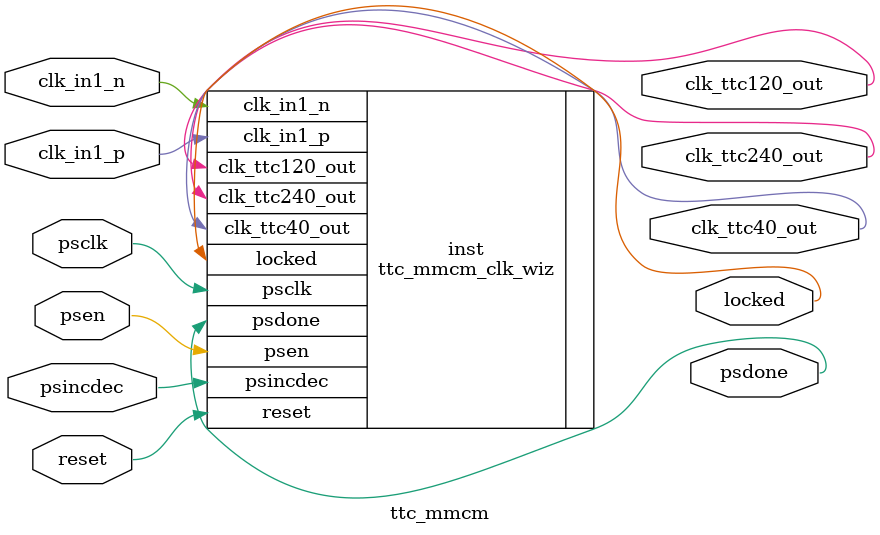
<source format=v>


`timescale 1ps/1ps

(* CORE_GENERATION_INFO = "ttc_mmcm,clk_wiz_v6_0_1_0_0,{component_name=ttc_mmcm,use_phase_alignment=true,use_min_o_jitter=false,use_max_i_jitter=false,use_dyn_phase_shift=true,use_inclk_switchover=false,use_dyn_reconfig=false,enable_axi=0,feedback_source=FDBK_AUTO,PRIMITIVE=MMCM,num_out_clk=3,clkin1_period=25.000,clkin2_period=10.0,use_power_down=false,use_reset=true,use_locked=true,use_inclk_stopped=false,feedback_type=SINGLE,CLOCK_MGR_TYPE=NA,manual_override=false}" *)

module ttc_mmcm 
 (
  // Clock out ports
  output        clk_ttc40_out,
  output        clk_ttc120_out,
  output        clk_ttc240_out,
  // Dynamic phase shift ports
  input         psclk,
  input         psen,
  input         psincdec,
  output        psdone,
  // Status and control signals
  input         reset,
  output        locked,
 // Clock in ports
  input         clk_in1_p,
  input         clk_in1_n
 );

  ttc_mmcm_clk_wiz inst
  (
  // Clock out ports  
  .clk_ttc40_out(clk_ttc40_out),
  .clk_ttc120_out(clk_ttc120_out),
  .clk_ttc240_out(clk_ttc240_out),
  // Dynamic phase shift ports                
  .psclk(psclk),
  .psen(psen),
  .psincdec(psincdec),
  .psdone(psdone),
  // Status and control signals               
  .reset(reset), 
  .locked(locked),
 // Clock in ports
  .clk_in1_p(clk_in1_p),
  .clk_in1_n(clk_in1_n)
  );

endmodule

</source>
